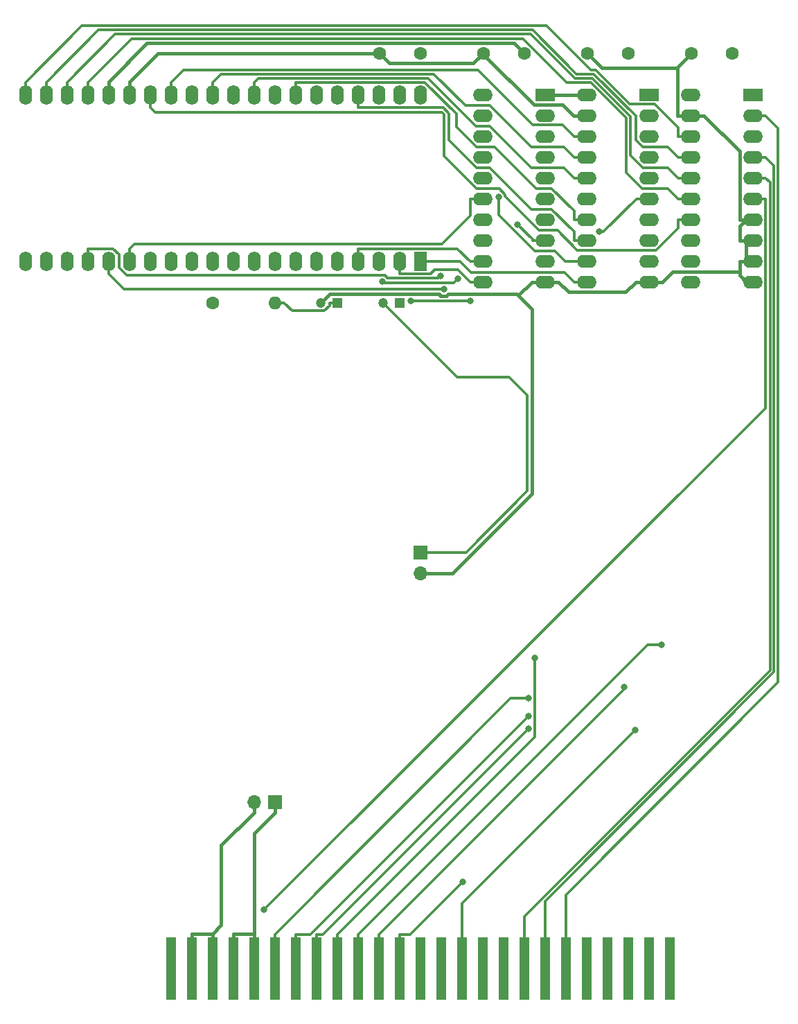
<source format=gbl>
G04 #@! TF.GenerationSoftware,KiCad,Pcbnew,(6.0.9)*
G04 #@! TF.CreationDate,2024-04-26T19:01:12+02:00*
G04 #@! TF.ProjectId,Cartucho_MSX_LCD_Tang_Nano_20k,43617274-7563-4686-9f5f-4d53585f4c43,rev?*
G04 #@! TF.SameCoordinates,Original*
G04 #@! TF.FileFunction,Copper,L2,Bot*
G04 #@! TF.FilePolarity,Positive*
%FSLAX46Y46*%
G04 Gerber Fmt 4.6, Leading zero omitted, Abs format (unit mm)*
G04 Created by KiCad (PCBNEW (6.0.9)) date 2024-04-26 19:01:12*
%MOMM*%
%LPD*%
G01*
G04 APERTURE LIST*
G04 #@! TA.AperFunction,SMDPad,CuDef*
%ADD10R,1.270000X7.620000*%
G04 #@! TD*
G04 #@! TA.AperFunction,ComponentPad*
%ADD11C,1.600000*%
G04 #@! TD*
G04 #@! TA.AperFunction,ComponentPad*
%ADD12O,1.600000X1.600000*%
G04 #@! TD*
G04 #@! TA.AperFunction,ComponentPad*
%ADD13R,2.400000X1.600000*%
G04 #@! TD*
G04 #@! TA.AperFunction,ComponentPad*
%ADD14O,2.400000X1.600000*%
G04 #@! TD*
G04 #@! TA.AperFunction,ComponentPad*
%ADD15R,1.200000X1.200000*%
G04 #@! TD*
G04 #@! TA.AperFunction,ComponentPad*
%ADD16C,1.200000*%
G04 #@! TD*
G04 #@! TA.AperFunction,ComponentPad*
%ADD17R,1.700000X1.700000*%
G04 #@! TD*
G04 #@! TA.AperFunction,ComponentPad*
%ADD18O,1.700000X1.700000*%
G04 #@! TD*
G04 #@! TA.AperFunction,ComponentPad*
%ADD19R,1.600000X2.400000*%
G04 #@! TD*
G04 #@! TA.AperFunction,ComponentPad*
%ADD20O,1.600000X2.400000*%
G04 #@! TD*
G04 #@! TA.AperFunction,ViaPad*
%ADD21C,0.800000*%
G04 #@! TD*
G04 #@! TA.AperFunction,Conductor*
%ADD22C,0.450000*%
G04 #@! TD*
G04 #@! TA.AperFunction,Conductor*
%ADD23C,0.300000*%
G04 #@! TD*
G04 APERTURE END LIST*
D10*
X142240000Y-157480000D03*
X139700000Y-157480000D03*
X137160000Y-157480000D03*
X134620000Y-157480000D03*
X132080000Y-157480000D03*
X129540000Y-157480000D03*
X127000000Y-157480000D03*
X124460000Y-157480000D03*
X121920000Y-157480000D03*
X119380000Y-157480000D03*
X116840000Y-157480000D03*
X114300000Y-157480000D03*
X111760000Y-157480000D03*
X109220000Y-157480000D03*
X106680000Y-157480000D03*
X104140000Y-157480000D03*
X101600000Y-157480000D03*
X99060000Y-157480000D03*
X96520000Y-157480000D03*
X93980000Y-157480000D03*
X91440000Y-157480000D03*
X88900000Y-157480000D03*
X86360000Y-157480000D03*
X83820000Y-157480000D03*
X81280000Y-157480000D03*
D11*
X124460000Y-45720000D03*
X119460000Y-45720000D03*
X86360000Y-76200000D03*
D12*
X93980000Y-76200000D03*
D13*
X127000000Y-50800000D03*
D14*
X127000000Y-53340000D03*
X127000000Y-55880000D03*
X127000000Y-58420000D03*
X127000000Y-60960000D03*
X127000000Y-63500000D03*
X127000000Y-66040000D03*
X127000000Y-68580000D03*
X127000000Y-71120000D03*
X127000000Y-73660000D03*
X119380000Y-73660000D03*
X119380000Y-71120000D03*
X119380000Y-68580000D03*
X119380000Y-66040000D03*
X119380000Y-63500000D03*
X119380000Y-60960000D03*
X119380000Y-58420000D03*
X119380000Y-55880000D03*
X119380000Y-53340000D03*
X119380000Y-50800000D03*
D15*
X101600000Y-76200000D03*
D16*
X99600000Y-76200000D03*
D15*
X109220000Y-76200000D03*
D16*
X107220000Y-76200000D03*
D11*
X111760000Y-45720000D03*
X106760000Y-45720000D03*
X149860000Y-45720000D03*
X144860000Y-45720000D03*
D13*
X152400000Y-50800000D03*
D14*
X152400000Y-53340000D03*
X152400000Y-55880000D03*
X152400000Y-58420000D03*
X152400000Y-60960000D03*
X152400000Y-63500000D03*
X152400000Y-66040000D03*
X152400000Y-68580000D03*
X152400000Y-71120000D03*
X152400000Y-73660000D03*
X144780000Y-73660000D03*
X144780000Y-71120000D03*
X144780000Y-68580000D03*
X144780000Y-66040000D03*
X144780000Y-63500000D03*
X144780000Y-60960000D03*
X144780000Y-58420000D03*
X144780000Y-55880000D03*
X144780000Y-53340000D03*
X144780000Y-50800000D03*
D17*
X93980000Y-137160000D03*
D18*
X91440000Y-137160000D03*
D13*
X139700000Y-50800000D03*
D14*
X139700000Y-53340000D03*
X139700000Y-55880000D03*
X139700000Y-58420000D03*
X139700000Y-60960000D03*
X139700000Y-63500000D03*
X139700000Y-66040000D03*
X139700000Y-68580000D03*
X139700000Y-71120000D03*
X139700000Y-73660000D03*
X132080000Y-73660000D03*
X132080000Y-71120000D03*
X132080000Y-68580000D03*
X132080000Y-66040000D03*
X132080000Y-63500000D03*
X132080000Y-60960000D03*
X132080000Y-58420000D03*
X132080000Y-55880000D03*
X132080000Y-53340000D03*
X132080000Y-50800000D03*
D19*
X111760000Y-71120000D03*
D20*
X109220000Y-71120000D03*
X106680000Y-71120000D03*
X104140000Y-71120000D03*
X101600000Y-71120000D03*
X99060000Y-71120000D03*
X96520000Y-71120000D03*
X93980000Y-71120000D03*
X91440000Y-71120000D03*
X88900000Y-71120000D03*
X86360000Y-71120000D03*
X83820000Y-71120000D03*
X81280000Y-71120000D03*
X78740000Y-71120000D03*
X76200000Y-71120000D03*
X73660000Y-71120000D03*
X71120000Y-71120000D03*
X68580000Y-71120000D03*
X66040000Y-71120000D03*
X63500000Y-71120000D03*
X63500000Y-50800000D03*
X66040000Y-50800000D03*
X68580000Y-50800000D03*
X71120000Y-50800000D03*
X73660000Y-50800000D03*
X76200000Y-50800000D03*
X78740000Y-50800000D03*
X81280000Y-50800000D03*
X83820000Y-50800000D03*
X86360000Y-50800000D03*
X88900000Y-50800000D03*
X91440000Y-50800000D03*
X93980000Y-50800000D03*
X96520000Y-50800000D03*
X99060000Y-50800000D03*
X101600000Y-50800000D03*
X104140000Y-50800000D03*
X106680000Y-50800000D03*
X109220000Y-50800000D03*
X111760000Y-50800000D03*
D11*
X137160000Y-45720000D03*
X132160000Y-45720000D03*
D17*
X111760000Y-106680000D03*
D18*
X111760000Y-109220000D03*
D21*
X92675600Y-150339400D03*
X125717500Y-119550400D03*
X124960400Y-128198800D03*
X124954800Y-126713100D03*
X123661600Y-66675100D03*
X124961100Y-124507500D03*
X116948800Y-146895100D03*
X136620500Y-123106800D03*
X133635100Y-67525200D03*
X141250100Y-117942000D03*
X138005200Y-128370600D03*
X121375000Y-63287100D03*
X117829900Y-75961000D03*
X110614100Y-75961000D03*
X116345100Y-73237200D03*
X107104000Y-73618800D03*
X114644800Y-74499900D03*
X114188900Y-72948800D03*
D22*
X114258000Y-75370100D02*
X114941500Y-75370100D01*
X151587500Y-71120000D02*
X151587500Y-68580000D01*
X132080000Y-53340000D02*
X130454900Y-53340000D01*
X143102600Y-47477400D02*
X133917400Y-47477400D01*
X139700000Y-73660000D02*
X141325100Y-73660000D01*
X144780000Y-53340000D02*
X143154900Y-53340000D01*
X136836700Y-74898200D02*
X129863300Y-74898200D01*
X151587500Y-66040000D02*
X150774900Y-66040000D01*
X119460000Y-45869800D02*
X119460000Y-45720000D01*
X111760000Y-109220000D02*
X113035100Y-109220000D01*
X100664100Y-75135900D02*
X114023800Y-75135900D01*
X152400000Y-71120000D02*
X151587500Y-71120000D01*
X123520800Y-75135900D02*
X123709900Y-75325000D01*
X143154900Y-47529700D02*
X143102600Y-47477400D01*
X130454900Y-53340000D02*
X129140100Y-52025200D01*
X150774900Y-66852600D02*
X150774900Y-68580000D01*
X106760000Y-45720000D02*
X79654900Y-45720000D01*
X129140100Y-52025200D02*
X125615400Y-52025200D01*
X142595100Y-72390000D02*
X141325100Y-73660000D01*
X127000000Y-73660000D02*
X128625100Y-73660000D01*
X127000000Y-73660000D02*
X125374900Y-73660000D01*
X151587500Y-73660000D02*
X150774900Y-72847400D01*
X133917400Y-47477400D02*
X132160000Y-45720000D01*
X150774900Y-72847400D02*
X150774900Y-72390000D01*
X118233800Y-46946200D02*
X107986200Y-46946200D01*
X151587500Y-68580000D02*
X150774900Y-68580000D01*
X129863300Y-74898200D02*
X128625100Y-73660000D01*
X150774900Y-66040000D02*
X150774900Y-57709800D01*
X144780000Y-53340000D02*
X146405100Y-53340000D01*
X93980000Y-138435100D02*
X91440000Y-140975100D01*
X93980000Y-137160000D02*
X93980000Y-138435100D01*
X152400000Y-68580000D02*
X151587500Y-68580000D01*
X91440000Y-157480000D02*
X91440000Y-153244900D01*
X150774900Y-57709800D02*
X146405100Y-53340000D01*
X143102600Y-47477400D02*
X144860000Y-45720000D01*
X114941500Y-75370100D02*
X115175700Y-75135900D01*
X139700000Y-73660000D02*
X138074900Y-73660000D01*
X151587500Y-66040000D02*
X150774900Y-66852600D01*
X125399100Y-77014200D02*
X123709900Y-75325000D01*
X99600000Y-76200000D02*
X100664100Y-75135900D01*
X125399100Y-99465200D02*
X125399100Y-77014200D01*
X113035100Y-109220000D02*
X115644300Y-109220000D01*
X91440000Y-140975100D02*
X91440000Y-153244900D01*
X88900000Y-153244900D02*
X91440000Y-153244900D01*
X114023800Y-75135900D02*
X114258000Y-75370100D01*
X152400000Y-73660000D02*
X151587500Y-73660000D01*
X115644300Y-109220000D02*
X125399100Y-99465200D01*
X138074900Y-73660000D02*
X136836700Y-74898200D01*
X107986200Y-46946200D02*
X106760000Y-45720000D01*
X150774900Y-72390000D02*
X150774900Y-71120000D01*
X119460000Y-45720000D02*
X118233800Y-46946200D01*
X88900000Y-157480000D02*
X88900000Y-153244900D01*
X123709900Y-75325000D02*
X125374900Y-73660000D01*
X76200000Y-50800000D02*
X76200000Y-49174900D01*
X151587500Y-71120000D02*
X150774900Y-71120000D01*
X79654900Y-45720000D02*
X76200000Y-49174900D01*
X152400000Y-66040000D02*
X151587500Y-66040000D01*
X115175700Y-75135900D02*
X123520800Y-75135900D01*
X150774900Y-72390000D02*
X142595100Y-72390000D01*
X143154900Y-53340000D02*
X143154900Y-47529700D01*
X125615400Y-52025200D02*
X119460000Y-45869800D01*
D23*
X155484800Y-54874700D02*
X155484800Y-122566300D01*
X155484800Y-122566300D02*
X129540000Y-148511100D01*
X129540000Y-148511100D02*
X129540000Y-157480000D01*
X152400000Y-53340000D02*
X153950100Y-53340000D01*
X153950100Y-53340000D02*
X155484800Y-54874700D01*
X152400000Y-58420000D02*
X153950100Y-58420000D01*
X154984600Y-59454500D02*
X154984600Y-121298600D01*
X127000000Y-149283200D02*
X127000000Y-157480000D01*
X154984600Y-121298600D02*
X127000000Y-149283200D01*
X153950100Y-58420000D02*
X154984600Y-59454500D01*
X154484400Y-121091400D02*
X124460000Y-151115800D01*
X153950100Y-60960000D02*
X154484400Y-61494300D01*
X152400000Y-60960000D02*
X153950100Y-60960000D01*
X124460000Y-151115800D02*
X124460000Y-157480000D01*
X154484400Y-61494300D02*
X154484400Y-121091400D01*
X152400000Y-63500000D02*
X153950100Y-63500000D01*
X153950100Y-63500000D02*
X153950100Y-89064900D01*
X153950100Y-89064900D02*
X92675600Y-150339400D01*
X125717500Y-129202400D02*
X125717500Y-119550400D01*
X101600000Y-157480000D02*
X101600000Y-153319900D01*
X101600000Y-153319900D02*
X125717500Y-129202400D01*
X99839300Y-153319900D02*
X124960400Y-128198800D01*
X99060000Y-153319900D02*
X99839300Y-153319900D01*
X99060000Y-157480000D02*
X99060000Y-153319900D01*
X96520000Y-157480000D02*
X96520000Y-153319900D01*
X98348000Y-153319900D02*
X124954800Y-126713100D01*
X96520000Y-153319900D02*
X98348000Y-153319900D01*
X125449900Y-68580000D02*
X125449900Y-68463400D01*
X125449900Y-68463400D02*
X123661600Y-66675100D01*
X127000000Y-68580000D02*
X125449900Y-68580000D01*
X93980000Y-157480000D02*
X93980000Y-153319900D01*
X93980000Y-153319900D02*
X122792400Y-124507500D01*
X122792400Y-124507500D02*
X124961100Y-124507500D01*
X110524000Y-153319900D02*
X109220000Y-153319900D01*
X109220000Y-157480000D02*
X109220000Y-153319900D01*
X116948800Y-146895100D02*
X110524000Y-153319900D01*
X136620500Y-123106800D02*
X136620500Y-123379400D01*
X106680000Y-157480000D02*
X106680000Y-153319900D01*
X136620500Y-123379400D02*
X106680000Y-153319900D01*
X139700000Y-63500000D02*
X138149900Y-63500000D01*
X134124700Y-67525200D02*
X133635100Y-67525200D01*
X138149900Y-63500000D02*
X134124700Y-67525200D01*
X139517900Y-117942000D02*
X104140000Y-153319900D01*
X141250100Y-117942000D02*
X139517900Y-117942000D01*
X104140000Y-157480000D02*
X104140000Y-153319900D01*
X138005200Y-128370600D02*
X116840000Y-149535800D01*
X116840000Y-149535800D02*
X116840000Y-157480000D01*
X111760000Y-71120000D02*
X116579800Y-71120000D01*
X117960400Y-72500600D02*
X129370500Y-72500600D01*
X129370500Y-72500600D02*
X130529900Y-73660000D01*
X116579800Y-71120000D02*
X117960400Y-72500600D01*
X132080000Y-73660000D02*
X130529900Y-73660000D01*
X121375000Y-63287100D02*
X121375000Y-65480500D01*
X125744500Y-69850000D02*
X128154500Y-69850000D01*
X121375000Y-65480500D02*
X125744500Y-69850000D01*
X129424500Y-71120000D02*
X132080000Y-71120000D01*
X128154500Y-69850000D02*
X129424500Y-71120000D01*
X132080000Y-68580000D02*
X130529900Y-68580000D01*
X115248100Y-56347500D02*
X118590600Y-59690000D01*
X114535900Y-52350100D02*
X115248100Y-53062300D01*
X130529900Y-67504200D02*
X130529900Y-68580000D01*
X104140000Y-52350100D02*
X114535900Y-52350100D01*
X104140000Y-50800000D02*
X104140000Y-52350100D01*
X118590600Y-59690000D02*
X120237000Y-59690000D01*
X120237000Y-59690000D02*
X125317000Y-64770000D01*
X127795700Y-64770000D02*
X130529900Y-67504200D01*
X125317000Y-64770000D02*
X127795700Y-64770000D01*
X115248100Y-53062300D02*
X115248100Y-56347500D01*
X127785600Y-62230000D02*
X125869000Y-62230000D01*
X125869000Y-62230000D02*
X120789000Y-57150000D01*
X112296300Y-49249900D02*
X96520000Y-49249900D01*
X132080000Y-66040000D02*
X130529900Y-66040000D01*
X116175000Y-53128600D02*
X112296300Y-49249900D01*
X96520000Y-50800000D02*
X96520000Y-49249900D01*
X130529900Y-66040000D02*
X130529900Y-64974300D01*
X120789000Y-57150000D02*
X118617000Y-57150000D01*
X116175000Y-54708000D02*
X116175000Y-53128600D01*
X130529900Y-64974300D02*
X127785600Y-62230000D01*
X118617000Y-57150000D02*
X116175000Y-54708000D01*
X112680500Y-48749800D02*
X91940100Y-48749800D01*
X118540700Y-54610000D02*
X112680500Y-48749800D01*
X129259900Y-59690000D02*
X125282000Y-59690000D01*
X120202000Y-54610000D02*
X118540700Y-54610000D01*
X91940100Y-48749800D02*
X91440000Y-49249900D01*
X91440000Y-50800000D02*
X91440000Y-49249900D01*
X130529900Y-60960000D02*
X129259900Y-59690000D01*
X125282000Y-59690000D02*
X120202000Y-54610000D01*
X132080000Y-60960000D02*
X130529900Y-60960000D01*
X132080000Y-58420000D02*
X130529900Y-58420000D01*
X130529900Y-58420000D02*
X129259900Y-57150000D01*
X120202700Y-52070000D02*
X117238100Y-52070000D01*
X86360000Y-50800000D02*
X86360000Y-49249900D01*
X117238100Y-52070000D02*
X113417800Y-48249700D01*
X125282700Y-57150000D02*
X120202700Y-52070000D01*
X129259900Y-57150000D02*
X125282700Y-57150000D01*
X113417800Y-48249700D02*
X87360200Y-48249700D01*
X87360200Y-48249700D02*
X86360000Y-49249900D01*
X132080000Y-55880000D02*
X130529900Y-55880000D01*
X125516900Y-54490200D02*
X118776300Y-47749600D01*
X82780300Y-47749600D02*
X81280000Y-49249900D01*
X130529900Y-55880000D02*
X129140100Y-54490200D01*
X81280000Y-50800000D02*
X81280000Y-49249900D01*
X129140100Y-54490200D02*
X125516900Y-54490200D01*
X118776300Y-47749600D02*
X82780300Y-47749600D01*
X122125100Y-63211600D02*
X122125100Y-62976400D01*
X79313200Y-52923300D02*
X78740000Y-52350100D01*
X144780000Y-66040000D02*
X143229900Y-66040000D01*
X140590100Y-69745500D02*
X130928300Y-69745500D01*
X114674900Y-53211300D02*
X114386900Y-52923300D01*
X118604600Y-62230000D02*
X114674900Y-58300300D01*
X143229900Y-67105700D02*
X140590100Y-69745500D01*
X122125100Y-62976400D02*
X121378700Y-62230000D01*
X121378700Y-62230000D02*
X118604600Y-62230000D01*
X143229900Y-66040000D02*
X143229900Y-67105700D01*
X78740000Y-50800000D02*
X78740000Y-52350100D01*
X126223500Y-67310000D02*
X122125100Y-63211600D01*
X128492800Y-67310000D02*
X126223500Y-67310000D01*
X130928300Y-69745500D02*
X128492800Y-67310000D01*
X114674900Y-58300300D02*
X114674900Y-53211300D01*
X114386900Y-52923300D02*
X79313200Y-52923300D01*
X132581700Y-49274800D02*
X136938800Y-53631900D01*
X71120000Y-49249900D02*
X76454400Y-43915500D01*
X71120000Y-50800000D02*
X71120000Y-49249900D01*
X138874600Y-62230000D02*
X141959900Y-62230000D01*
X136938800Y-53631900D02*
X136938800Y-60294200D01*
X124282000Y-43915500D02*
X129641300Y-49274800D01*
X76454400Y-43915500D02*
X124282000Y-43915500D01*
X144780000Y-63500000D02*
X143229900Y-63500000D01*
X129641300Y-49274800D02*
X132581700Y-49274800D01*
X136938800Y-60294200D02*
X138874600Y-62230000D01*
X141959900Y-62230000D02*
X143229900Y-63500000D01*
X143229900Y-60960000D02*
X141959900Y-59690000D01*
X141959900Y-59690000D02*
X138940500Y-59690000D01*
X137456700Y-53442400D02*
X132767800Y-48753500D01*
X68580000Y-50800000D02*
X68580000Y-49249900D01*
X138940500Y-59690000D02*
X137456700Y-58206200D01*
X74467100Y-43362800D02*
X68580000Y-49249900D01*
X125243800Y-43362800D02*
X74467100Y-43362800D01*
X144780000Y-60960000D02*
X143229900Y-60960000D01*
X132767800Y-48753500D02*
X130634500Y-48753500D01*
X130634500Y-48753500D02*
X125243800Y-43362800D01*
X137456700Y-58206200D02*
X137456700Y-53442400D01*
X141959900Y-57150000D02*
X138930500Y-57150000D01*
X138103400Y-53381900D02*
X132974900Y-48253400D01*
X138103400Y-56322900D02*
X138103400Y-53381900D01*
X144780000Y-58420000D02*
X143229900Y-58420000D01*
X66040000Y-50800000D02*
X66040000Y-49249900D01*
X130841600Y-48253400D02*
X125450900Y-42862700D01*
X132974900Y-48253400D02*
X130841600Y-48253400D01*
X143229900Y-58420000D02*
X141959900Y-57150000D01*
X138930500Y-57150000D02*
X138103400Y-56322900D01*
X72427200Y-42862700D02*
X66040000Y-49249900D01*
X125450900Y-42862700D02*
X72427200Y-42862700D01*
X137378900Y-51950200D02*
X133182000Y-47753300D01*
X127172600Y-42362600D02*
X70387300Y-42362600D01*
X140365800Y-51950200D02*
X137378900Y-51950200D01*
X132563300Y-47753300D02*
X127172600Y-42362600D01*
X70387300Y-42362600D02*
X63500000Y-49249900D01*
X143229900Y-55880000D02*
X143229900Y-54814300D01*
X143229900Y-54814300D02*
X140365800Y-51950200D01*
X144780000Y-55880000D02*
X143229900Y-55880000D01*
X133182000Y-47753300D02*
X132563300Y-47753300D01*
X63500000Y-50800000D02*
X63500000Y-49249900D01*
X117829900Y-73660000D02*
X116360000Y-72190100D01*
X119380000Y-73660000D02*
X117829900Y-73660000D01*
X116360000Y-72190100D02*
X113485500Y-72190100D01*
X113485500Y-72190100D02*
X113005500Y-72670100D01*
X109220000Y-71120000D02*
X109220000Y-72670100D01*
X113005500Y-72670100D02*
X109220000Y-72670100D01*
X104140000Y-71120000D02*
X104140000Y-69569900D01*
X119380000Y-71120000D02*
X117829900Y-71120000D01*
X117829900Y-71120000D02*
X116279800Y-69569900D01*
X116279800Y-69569900D02*
X104140000Y-69569900D01*
X110614100Y-75961000D02*
X117829900Y-75961000D01*
X107234900Y-73749700D02*
X115832600Y-73749700D01*
X107104000Y-73618800D02*
X107234900Y-73749700D01*
X115832600Y-73749700D02*
X116345100Y-73237200D01*
X76200000Y-71120000D02*
X76200000Y-69569900D01*
X119380000Y-63500000D02*
X117829900Y-63500000D01*
X114393700Y-68981300D02*
X76788600Y-68981300D01*
X117829900Y-65545100D02*
X114393700Y-68981300D01*
X117829900Y-63500000D02*
X117829900Y-65545100D01*
X76788600Y-68981300D02*
X76200000Y-69569900D01*
X73660000Y-72670100D02*
X75489800Y-74499900D01*
X73660000Y-71120000D02*
X73660000Y-72670100D01*
X75489800Y-74499900D02*
X114644800Y-74499900D01*
X107716300Y-73170300D02*
X107414700Y-72868700D01*
X113967400Y-73170300D02*
X107716300Y-73170300D01*
X74209300Y-69569900D02*
X71120000Y-69569900D01*
X74930000Y-71887700D02*
X74930000Y-70290600D01*
X74930000Y-70290600D02*
X74209300Y-69569900D01*
X114188900Y-72948800D02*
X113967400Y-73170300D01*
X107414700Y-72868700D02*
X75911000Y-72868700D01*
X75911000Y-72868700D02*
X74930000Y-71887700D01*
X71120000Y-71120000D02*
X71120000Y-69569900D01*
D22*
X124460000Y-45720000D02*
X123233600Y-44493600D01*
X132080000Y-50800000D02*
X127000000Y-50800000D01*
X78341300Y-44493600D02*
X73660000Y-49174900D01*
X123233600Y-44493600D02*
X78341300Y-44493600D01*
X73660000Y-50800000D02*
X73660000Y-49174900D01*
X83820000Y-153244900D02*
X86360000Y-153244900D01*
X87420100Y-152184800D02*
X86360000Y-153244900D01*
X83820000Y-157480000D02*
X83820000Y-153244900D01*
X91440000Y-138435100D02*
X87420100Y-142455000D01*
X87420100Y-142455000D02*
X87420100Y-152184800D01*
X91440000Y-137160000D02*
X91440000Y-138435100D01*
X86360000Y-157480000D02*
X86360000Y-153244900D01*
D23*
X101600000Y-76200000D02*
X100649900Y-76200000D01*
X96094500Y-77164400D02*
X95130100Y-76200000D01*
X100649900Y-76556300D02*
X100041800Y-77164400D01*
X100041800Y-77164400D02*
X96094500Y-77164400D01*
X100649900Y-76200000D02*
X100649900Y-76556300D01*
X93980000Y-76200000D02*
X95130100Y-76200000D01*
X107220000Y-76200000D02*
X116267700Y-85247700D01*
X116267700Y-85247700D02*
X122574500Y-85247700D01*
X124823900Y-99191300D02*
X117335200Y-106680000D01*
X122574500Y-85247700D02*
X124823900Y-87497100D01*
X124823900Y-87497100D02*
X124823900Y-99191300D01*
X117335200Y-106680000D02*
X111760000Y-106680000D01*
M02*

</source>
